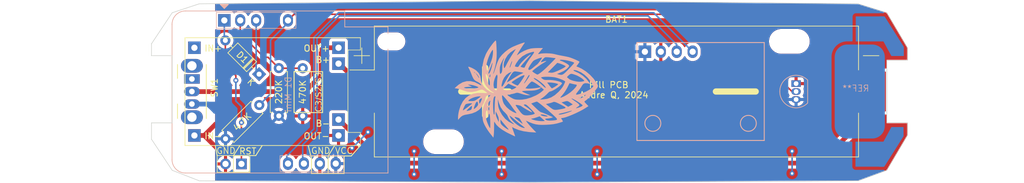
<source format=kicad_pcb>
(kicad_pcb (version 20240108) (generator "pcbnew") (generator_version "8.0")
  (title_block (title "iSpindel Pill PCB") (date "2024-06-06") (company "Andre Q"))
  (layers (0 "F.Cu" signal) (31 "B.Cu" signal) (34 "B.Paste" user) (35 "F.Paste" user) (36 "B.SilkS" user "B.Silkscreen") (37 "F.SilkS" user "F.Silkscreen") (38 "B.Mask" user) (39 "F.Mask" user) (44 "Edge.Cuts" user))
  (net 0 "")
  (net 1 "Net-(D1-K)")
  (net 2 "Net-(D1-A)")
  (net 3 "VCC")
  (net 4 "GND")
  (net 5 "Net-(BAT1-+)")
  (net 6 "Net-(BAT1--)")
  (net 7 "Net-(U1-MISO{slash}D6)")
  (net 8 "Net-(U1-A0)")
  (net 9 "Net-(U1-D3)")
  (net 10 "Net-(U1-D4)")
  (net 13 "Net-(SW1-B)")
  (footprint "Button_Switch_THT:SW_CuK_OS102011MA1QN1_SPDT_Angled" (layer "F.Cu") (at 57.245 92.615 -90)
    (property "Reference" "SW1" (at 1.4 -3.6 90) (layer "F.SilkS"))
    (property "Value" "SW_SPST")
    (pad "" thru_hole oval (at -2.1 0 270) (size 2.2 3.5) (drill 1.5) (layers "*.Cu" "*.Mask"))
    (pad "" thru_hole oval (at 6.1 0 270) (size 2.2 3.5) (drill 1.5) (layers "*.Cu" "*.Mask"))
    (pad "1" thru_hole rect (at 0 0 270) (size 1.5 2.5) (drill 0.9) (layers "*.Cu" "*.Mask"))
    (pad "2" thru_hole oval (at 2 0 270) (size 1.5 2.5) (drill 0.9) (layers "*.Cu" "*.Mask") (net 13 "Net-(SW1-B)"))
    (pad "3" thru_hole oval (at 4 0 270) (size 1.5 2.5) (drill 0.9) (layers "*.Cu" "*.Mask") (net 3 "VCC"))
  )
  (footprint "CustomFootprints:Resistor" (layer "F.Cu") (at 74.93 90.9 -90)
    (property "Reference" "R3" (hide yes))
    (property "Value" "470K" (at 3.81 0 90) (layer "F.SilkS"))
    (pad "1" thru_hole circle (at 0 0 270) (size 1.6 1.6) (drill 0.8) (layers "*.Cu" "*.Mask") (net 8 "Net-(U1-A0)"))
    (pad "2" thru_hole oval (at 7.62 0 270) (size 1.6 1.6) (drill 0.8) (layers "*.Cu" "*.Mask") (net 4 "GND"))
  )
  (footprint "CustomFootprints:Resistor" (layer "F.Cu") (at 71.12 98.5 90)
    (property "Reference" "R2" (hide yes))
    (property "Value" "220K" (at 3.81 0 90) (layer "F.SilkS"))
    (pad "1" thru_hole circle (at 0 0 90) (size 1.6 1.6) (drill 0.8) (layers "*.Cu" "*.Mask") (net 3 "VCC"))
    (pad "2" thru_hole oval (at 7.62 0 90) (size 1.6 1.6) (drill 0.8) (layers "*.Cu" "*.Mask") (net 8 "Net-(U1-A0)"))
  )
  (footprint "CustomFootprints:Resistor" (layer "F.Cu") (at 62.613371 102.162154 45)
    (property "Reference" "R1" (hide yes))
    (property "Value" "4.7K" (at 3.803769 0.007426 45) (layer "F.SilkS"))
    (pad "1" thru_hole circle (at 0 0 45) (size 1.6 1.6) (drill 0.8) (layers "*.Cu" "*.Mask") (net 3 "VCC"))
    (pad "2" thru_hole oval (at 7.62 0 45) (size 1.6 1.6) (drill 0.8) (layers "*.Cu" "*.Mask") (net 7 "Net-(U1-MISO{slash}D6)"))
  )
  (footprint "CustomFootprints:BatteryHolder_Keystone_1042_1x18650_larger_slot" (layer "F.Cu") (at 125 94.615)
    (property "Reference" "BAT1" (at 0 -11.5 0) (layer "F.SilkS"))
    (property "Value" "Battery_Cell")
    (pad "" np_thru_hole oval (at -35.93 -8) (size 4 2.39) (drill oval 4 2.39) (layers "F&B.Cu" "*.Mask"))
    (pad "" np_thru_hole oval (at -27.6 8) (size 6 3.45) (drill oval 6 3.45) (layers "F&B.Cu" "*.Mask"))
    (pad "" np_thru_hole oval (at 27.6 -8) (size 6 3.45) (drill oval 6 3.45) (layers "F&B.Cu" "*.Mask"))
    (pad "1" smd rect (at -39.1025 0) (size 6.885 6.35) (layers "F.Cu" "F.Paste" "F.Mask") (net 5 "Net-(BAT1-+)"))
    (pad "2" smd rect (at 39.33 0) (size 7.34 6.35) (layers "F.Cu" "F.Paste" "F.Mask") (net 6 "Net-(BAT1--)"))
  )
  (footprint "Connector_PinHeader_2.54mm:PinHeader_1x02_P2.54mm_Vertical" (layer "F.Cu") (at 65.151 106.172 -90)
    (property "Reference" "J1" (hide yes))
    (property "Value" "RST" (at -2.032 -1.016 180) (layer "F.SilkS"))
    (pad "1" thru_hole rect (at 0 0 270) (size 1.7 1.7) (drill 1) (layers "*.Cu" "*.Mask") (net 2 "Net-(D1-A)"))
    (pad "2" thru_hole oval (at 0 2.54 270) (size 1.7 1.7) (drill 1) (layers "*.Cu" "*.Mask") (net 4 "GND"))
  )
  (footprint "CustomFootprints:TP4056-Module" (layer "F.Cu") (at 70.296403 94.63)
    (property "Reference" "U2" (hide yes))
    (property "Value" "TP-4056" (hide yes))
    (fp_text user "OUT-" (at 6.848597 7.1 0) (layer "F.SilkS"))
    (fp_text user "B-" (at 7.848597 5.08 0) (layer "F.SilkS"))
    (fp_text user "IN-" (at -9.651403 7.1 0) (layer "F.SilkS"))
    (fp_text user "B+" (at 7.848597 -5.08 0) (layer "F.SilkS"))
    (fp_text user "OUT+" (at 6.848597 -6.9 0) (layer "F.SilkS"))
    (fp_text user "IN+" (at -9.651403 -6.9 0) (layer "F.SilkS"))
    (pad "1" thru_hole rect (at -12.651403 -7) (size 2 2) (drill 1) (layers "*.Cu" "*.Mask"))
    (pad "2" thru_hole rect (at -12.651403 7) (size 2 2) (drill 1) (layers "*.Cu" "*.Mask") (net 4 "GND"))
    (pad "3" thru_hole rect (at 10.348597 -7) (size 2 2) (drill 1) (layers "*.Cu" "*.Mask") (net 13 "Net-(SW1-B)"))
    (pad "4" thru_hole rect (at 10.348597 7) (size 2 2) (drill 1) (layers "*.Cu" "*.Mask") (net 4 "GND"))
    (pad "5" thru_hole rect (at 10.348597 -4.46) (size 2 2) (drill 1) (layers "*.Cu" "*.Mask") (net 5 "Net-(BAT1-+)"))
    (pad "6" thru_hole rect (at 10.348597 4.46) (size 2 2) (drill 1) (layers "*.Cu" "*.Mask") (net 6 "Net-(BAT1--)"))
  )
  (footprint "Diode_THT:D_DO-35_SOD27_P7.62mm_Horizontal" (layer "F.Cu") (at 67.972077 91.848077 135)
    (property "Reference" "D1" (at 3.81 0 135) (layer "F.SilkS"))
    (property "Value" "BAT43")
    (fp_text user "K" (at 0 -1.8 135) (layer "F.SilkS"))
    (pad "1" thru_hole rect (at 0 0 135) (size 1.6 1.6) (drill 0.8) (layers "*.Cu" "*.Mask") (net 1 "Net-(D1-K)"))
    (pad "2" thru_hole oval (at 7.62 0 135) (size 1.6 1.6) (drill 0.8) (layers "*.Cu" "*.Mask") (net 2 "Net-(D1-A)"))
  )
  (footprint "Package_TO_SOT_THT:TO-92_Inline" (layer "B.Cu") (at 153.67 93.35 -90)
    (property "Reference" "U4" (hide yes))
    (property "Value" "DS18B20")
    (pad "1" thru_hole rect (at 0 0 270) (size 1.05 1.5) (drill 0.75) (layers "*.Cu" "*.Mask") (net 4 "GND"))
    (pad "2" thru_hole oval (at 1.27 0 270) (size 1.05 1.5) (drill 0.75) (layers "*.Cu" "*.Mask") (net 7 "Net-(U1-MISO{slash}D6)"))
    (pad "3" thru_hole oval (at 2.54 0 270) (size 1.05 1.5) (drill 0.75) (layers "*.Cu" "*.Mask") (net 3 "VCC"))
  )
  (footprint "CustomFootprints:WeightPads" (layer "B.Cu") (at 163.195 94.615 180)
    (property "Reference" "REF**" (at 0 0.5 0) (layer "B.SilkS") (effects (font (thickness 0.1)) (justify mirror)))
    (property "Value" "WeightPads")
    (fp_rect (start -4.445 11.938) (end -0.045036 8.04611) (stroke (width 0.1)) (fill solid) (layer "B.Cu"))
    (fp_rect (start -4.445 -8.055) (end 0 -11.94689) (stroke (width 0.1)) (fill solid) (layer "B.Cu"))
    (fp_poly (pts (xy -5.715 5.715) (xy -7.62 5.715) (xy -7.62 7.112) (xy -4.572 11.938) (xy -3.81 11.938) (xy -4.445 8.04611)) (stroke (width 0.1)) (fill solid) (layer "B.Cu"))
    (fp_poly (pts (xy -5.715 -5.72389) (xy -7.574964 -5.72389) (xy -7.574964 -7.12089) (xy -4.526964 -11.94689) (xy -3.764964 -11.94689) (xy -4.445 -8.055)) (stroke (width 0.1)) (fill solid) (layer "B.Cu"))
    (pad "1" smd roundrect (at -0.635 0 180) (size 8 15) (layers "B.Cu" "B.Paste" "B.Mask"))
  )
  (footprint "CustomFootprints:WEMOS_D1_mini_light_less_pins" (layer "B.Cu") (at 62.42 83.26 -90)
    (property "Reference" "U1" (hide yes))
    (property "Value" "WeMos_D1_mini")
    (fp_text user "D1 Mini" (at 8.89 -10.795 90) (layer "B.SilkS") (effects (font (thickness 0.1)) (justify left bottom mirror)))
    (pad "1" thru_hole rect (at 0 0 270) (size 2 2) (drill 1) (layers "*.Cu" "*.Mask") (net 2 "Net-(D1-A)"))
    (pad "2" thru_hole oval (at 0 -2.54 270) (size 2 1.6) (drill 1) (layers "*.Cu" "*.Mask") (net 8 "Net-(U1-A0)"))
    (pad "3" thru_hole oval (at 0 -5.08 270) (size 2 1.6) (drill 1) (layers "*.Cu" "*.Mask") (net 1 "Net-(D1-K)"))
    (pad "5" thru_hole oval (at 0 -10.16 270) (size 2 1.6) (drill 1) (layers "*.Cu" "*.Mask") (net 7 "Net-(U1-MISO{slash}D6)"))
    (pad "9" thru_hole oval (at 22.86 -17.78 270) (size 2 1.6) (drill 1) (layers "*.Cu" "*.Mask") (net 3 "VCC"))
    (pad "10" thru_hole oval (at 22.86 -15.24 270) (size 2 1.6) (drill 1) (layers "*.Cu" "*.Mask") (net 4 "GND"))
    (pad "11" thru_hole oval (at 22.86 -12.7 270) (size 2 1.6) (drill 1) (layers "*.Cu" "*.Mask") (net 10 "Net-(U1-D4)"))
    (pad "12" thru_hole oval (at 22.86 -10.16 270) (size 2 1.6) (drill 1) (layers "*.Cu" "*.Mask") (net 9 "Net-(U1-D3)"))
  )
  (footprint "CustomFootprints:GY-521" (layer "B.Cu") (at 138.43 94.615)
    (property "Reference" "U3" (hide yes))
    (property "Value" "GY-521" (hide yes))
    (pad "1" thru_hole rect (at -8.89 -6.35) (size 2 2) (drill 1) (layers "*.Cu" "*.Mask") (net 3 "VCC"))
    (pad "2" thru_hole oval (at -6.35 -6.35) (size 1.6 2) (drill 1) (layers "*.Cu" "*.Mask") (net 4 "GND"))
    (pad "3" thru_hole oval (at -3.81 -6.35) (size 1.6 2) (drill 1) (layers "*.Cu" "*.Mask") (net 10 "Net-(U1-D4)"))
    (pad "4" thru_hole oval (at -1.27 -6.35) (size 1.6 2) (drill 1) (layers "*.Cu" "*.Mask") (net 9 "Net-(U1-D3)"))
  )
  (footprint "CustomFootprints:HopLogo" (layer "B.Cu") (at 111.73808 94.618215 -90)
    (property "Reference" "G***" (hide yes))
    (property "Value" "LOGO" (hide yes))
  )
  (gr_line (start 67.437 104.841215) (end 68.453 103.251) (stroke (width 0.15)) (layer "F.SilkS"))
  (gr_line (start 66.481 106.172) (end 66.482801 107.500085) (stroke (width 0.15)) (layer "F.SilkS"))
  (gr_line (start 78.994 107.696) (end 81.534 107.696) (stroke (width 0.15)) (layer "F.SilkS"))
  (gr_line (start 82.677 104.902) (end 84.145 103.23) (stroke (width 0.15)) (layer "F.SilkS"))
  (gr_line (start 76.327 107.696) (end 78.994 107.696) (stroke (width 0.15)) (layer "F.SilkS"))
  (gr_rect (start 73.56 91.44) (end 78.105 97.98) (stroke (width 0.15)) (fill none) (layer "F.SilkS"))
  (gr_line (start 61.281 104.842) (end 60.96 103.251) (stroke (width 0.15)) (layer "F.SilkS"))
  (gr_line (start 78.994 107.696) (end 78.994 104.902) (stroke (width 0.15)) (layer "F.SilkS"))
  (gr_line (start 65.151 104.842) (end 63.881 104.842) (stroke (width 0.15)) (layer "F.SilkS"))
  (gr_line (start 66.481 104.842) (end 67.437 104.841215) (stroke (width 0.15)) (layer "F.SilkS"))
  (gr_line (start 75.819 103.251) (end 76.327 105.283) (stroke (width 0.15)) (layer "F.SilkS"))
  (gr_line (start 81.534 107.696) (end 81.534 104.902) (stroke (width 0.15)) (layer "F.SilkS"))
  (gr_line (start 81.534 104.902) (end 76.2 104.902) (stroke (width 0.15)) (layer "F.SilkS"))
  (gr_line (start 76.327 105.283) (end 76.327 107.696) (stroke (width 0.15)) (layer "F.SilkS"))
  (gr_line (start 78.994 104.902) (end 80.01 103.251) (stroke (width 0.15)) (layer "F.SilkS"))
  (gr_line (start 81.534 104.902) (end 82.677 104.902) (stroke (width 0.15)) (layer "F.SilkS"))
  (gr_line (start 66.482801 107.500085) (end 63.881 107.502) (stroke (width 0.15)) (layer "F.SilkS"))
  (gr_line (start 63.881 104.842) (end 64.897 103.251) (stroke (width 0.15)) (layer "F.SilkS"))
  (gr_line (start 111.125 109.12) (end 58.42 108.866) (stroke (width 0.1)) (layer "Edge.Cuts"))
  (gr_line (start 168.15 89.615) (end 171.45 89.615) (stroke (width 0.1)) (layer "Edge.Cuts"))
  (gr_line (start 171.45 87.63) (end 171.45 89.615) (stroke (width 0.1)) (layer "Edge.Cuts"))
  (gr_line (start 111.125 80.11) (end 163.576 80.618) (stroke (width 0.1)) (layer "Edge.Cuts"))
  (gr_line (start 50.8 88.9) (end 50.8 86.995) (stroke (width 0.1)) (layer "Edge.Cuts"))
  (gr_line (start 171.45 99.615) (end 168.15 99.615) (stroke (width 0.1)) (layer "Edge.Cuts"))
  (gr_line (start 168.15 99.615) (end 168.15 89.615) (stroke (width 0.1)) (layer "Edge.Cuts"))
  (gr_line (start 168.15 82.042) (end 171.45 87.63) (stroke (width 0.1)) (layer "Edge.Cuts"))
  (gr_line (start 50.8 99.615) (end 54.1 99.615) (stroke (width 0.1)) (layer "Edge.Cuts"))
  (gr_line (start 54.1 99.615) (end 54.1 88.9) (stroke (width 0.1)) (layer "Edge.Cuts"))
  (gr_line (start 50.8 102.235) (end 54.1 107.188) (stroke (width 0.1)) (layer "Edge.Cuts"))
  (gr_line (start 54.1 107.188) (end 58.42 108.866) (stroke (width 0.1)) (layer "Edge.Cuts"))
  (gr_line (start 50.8 86.995) (end 54.1 82.042) (stroke (width 0.1)) (layer "Edge.Cuts"))
  (gr_line (start 50.8 102.235) (end 50.8 99.615) (stroke (width 0.1)) (layer "Edge.Cuts"))
  (gr_line (start 54.1 82.042) (end 58.42 80.618) (stroke (width 0.1)) (layer "Edge.Cuts"))
  (gr_line (start 163.576 108.866) (end 111.125 109.12) (stroke (width 0.1)) (layer "Edge.Cuts"))
  (gr_line (start 54.1 88.9) (end 50.8 88.9) (stroke (width 0.1)) (layer "Edge.Cuts"))
  (gr_line (start 171.45 101.6) (end 168.15 107.188) (stroke (width 0.1)) (layer "Edge.Cuts"))
  (gr_line (start 171.45 101.6) (end 171.45 99.615) (stroke (width 0.1)) (layer "Edge.Cuts"))
  (gr_line (start 168.15 107.188) (end 163.576 108.866) (stroke (width 0.1)) (layer "Edge.Cuts"))
  (gr_line (start 58.42 80.618) (end 111.125 80.11) (stroke (width 0.1)) (layer "Edge.Cuts"))
  (gr_line (start 163.576 80.618) (end 168.15 82.042) (stroke (width 0.1)) (layer "Edge.Cuts"))
  (gr_text "  Pill PCB\nAndre Q, 2024" (at 118.999 95.758 0) (layer "F.SilkS") (effects (font (size 1 1)) (justify left bottom)))
  (gr_text "C3/S2/S3" (at 78.105 94.71 90) (layer "F.SilkS") (effects (font (size 1 1)) (justify bottom)))
  (gr_text "GND" (at 76.2 104.648 0) (layer "F.SilkS") (effects (font (size 1 1) (thickness 0.125)) (justify left bottom)))
  (gr_text "GND" (at 61.087 104.648 0) (layer "F.SilkS") (effects (font (size 1 1) (thickness 0.125)) (justify left bottom)))
  (gr_text "VCC" (at 80.01 104.648 0) (layer "F.SilkS") (effects (font (size 1 1) (thickness 0.125)) (justify left bottom)))
  (segment (start 67.5 91.376) (end 67.972077 91.848077) (width 0.25) (layer "B.Cu") (net 1))
  (segment (start 67.5 83.26) (end 67.5 91.376) (width 0.25) (layer "B.Cu") (net 1))
  (segment (start 62.42 83.4) (end 62.42 83.26) (width 0.25) (layer "F.Cu") (net 2))
  (segment (start 62.583923 90.396923) (end 62.583923 86.459923) (width 0.25) (layer "F.Cu") (net 2))
  (segment (start 64.262 92.837) (end 64.262 92.075) (width 0.25) (layer "F.Cu") (net 2))
  (segment (start 62.42 83.26) (end 62.23 83.45) (width 0.25) (layer "F.Cu") (net 2))
  (segment (start 64.262 92.075) (end 62.583923 90.396923) (width 0.25) (layer "F.Cu") (net 2))
  (segment (start 65.151 99.568) (end 65.151 106.172) (width 0.25) (layer "F.Cu") (net 2))
  (via (at 65.151 99.568) (size 0.8) (drill 0.4) (layers "F.Cu" "B.Cu") (net 2))
  (via (at 64.262 92.837) (size 0.8) (drill 0.4) (layers "F.Cu" "B.Cu") (net 2))
  (segment (start 62.42 86.296) (end 62.583923 86.459923) (width 0.25) (layer "B.Cu") (net 2))
  (segment (start 62.42 83.26) (end 62.42 86.296) (width 0.25) (layer "B.Cu") (net 2))
  (segment (start 64.262 96.139) (end 65.151 97.028) (width 0.25) (layer "B.Cu") (net 2))
  (segment (start 64.262 92.837) (end 64.262 96.139) (width 0.25) (layer "B.Cu") (net 2))
  (segment (start 65.151 97.028) (end 65.151 99.568) (width 0.25) (layer "B.Cu") (net 2))
  (segment (start 59.79 96.62) (end 60.96 97.79) (width 0.75) (layer "B.Cu") (net 3))
  (segment (start 57.25 96.62) (end 59.79 96.62) (width 0.75) (layer "B.Cu") (net 3))
  (segment (start 59.79 96.62) (end 60.198 97.028) (width 0.75) (layer "B.Cu") (net 3))
  (segment (start 60.96 97.79) (end 60.96 96.974) (width 0.75) (layer "B.Cu") (net 3))
  (segment (start 57.245 96.615) (end 57.25 96.62) (width 0.75) (layer "B.Cu") (net 3))
  (segment (start 59.79 96.62) (end 61.214 96.62) (width 0.75) (layer "B.Cu") (net 3))
  (segment (start 57.645 101.63) (end 59.212 101.63) (width 0.75) (layer "F.Cu") (net 4))
  (segment (start 61.214 103.632) (end 59.212 101.63) (width 0.75) (layer "F.Cu") (net 4))
  (segment (start 59.212 101.63) (end 61.02 99.822) (width 0.75) (layer "F.Cu") (net 4))
  (segment (start 61.02 99.822) (end 61.468 99.822) (width 0.75) (layer "F.Cu") (net 4))
  (via (at 153.035 104.14) (size 0.8) (drill 0.4) (layers "F.Cu" "B.Cu") (net 4))
  (via (at 153.035 107.696) (size 0.8) (drill 0.4) (layers "F.Cu" "B.Cu") (net 4))
  (via (at 106.68 104.14) (size 0.8) (drill 0.4) (layers "F.Cu" "B.Cu") (net 4))
  (via (at 121.92 107.823) (size 0.8) (drill 0.4) (layers "F.Cu" "B.Cu") (net 4))
  (via (at 92.71 107.823) (size 0.8) (drill 0.4) (layers "F.Cu" "B.Cu") (net 4))
  (via (at 106.68 107.823) (size 0.8) (drill 0.4) (layers "F.Cu" "B.Cu") (net 4))
  (via (at 85.344 101.092) (size 0.8) (drill 0.4) (layers "F.Cu" "B.Cu") (net 4))
  (via (at 92.71 104.14) (size 0.8) (drill 0.4) (layers "F.Cu" "B.Cu") (net 4))
  (via (at 121.92 104.14) (size 0.8) (drill 0.4) (layers "F.Cu" "B.Cu") (net 4))
  (via (at 82.804 103.632) (size 0.8) (drill 0.4) (layers "F.Cu" "B.Cu") (net 4))
  (segment (start 153.035 104.14) (end 153.035 107.696) (width 0.25) (layer "B.Cu") (net 4))
  (segment (start 121.92 104.14) (end 121.92 107.823) (width 0.25) (layer "B.Cu") (net 4))
  (segment (start 106.68 104.14) (end 106.68 107.823) (width 0.25) (layer "B.Cu") (net 4))
  (segment (start 92.71 104.14) (end 92.71 107.823) (width 0.25) (layer "B.Cu") (net 4))
  (segment (start 85.344 101.092) (end 82.804 103.632) (width 0.25) (layer "B.Cu") (net 4))
  (segment (start 80.772 90.17) (end 85.217 94.615) (width 0.75) (layer "F.Cu") (net 5))
  (segment (start 80.264 99.09) (end 80.693597 99.09) (width 0.75) (layer "F.Cu") (net 6))
  (segment (start 87.648597 106.045) (end 157.48 106.045) (width 0.75) (layer "F.Cu") (net 6))
  (segment (start 80.693597 99.09) (end 87.648597 106.045) (width 0.75) (layer "F.Cu") (net 6))
  (segment (start 163.73 99.795) (end 163.73 94.615) (width 0.75) (layer "F.Cu") (net 6))
  (segment (start 157.48 106.045) (end 163.73 99.795) (width 0.75) (layer "F.Cu") (net 6))
  (segment (start 72.58 83.26) (end 73.544 82.296) (width 0.25) (layer "F.Cu") (net 7))
  (segment (start 140.691 82.296) (end 153.015 94.62) (width 0.25) (layer "F.Cu") (net 7))
  (segment (start 153.015 94.62) (end 153.67 94.62) (width 0.25) (layer "F.Cu") (net 7))
  (segment (start 73.544 82.296) (end 140.691 82.296) (width 0.25) (layer "F.Cu") (net 7))
  (segment (start 69.8 86.41) (end 69.8 94.975525) (width 0.25) (layer "B.Cu") (net 7))
  (segment (start 69.8 94.975525) (end 68.001525 96.774) (width 0.25) (layer "B.Cu") (net 7))
  (segment (start 72.58 83.63) (end 69.8 86.41) (width 0.25) (layer "B.Cu") (net 7))
  (segment (start 72.58 83.26) (end 72.58 83.63) (width 0.25) (layer "B.Cu") (net 7))
  (segment (start 71.14 90.9) (end 69.394 89.154) (width 0.25) (layer "F.Cu") (net 8))
  (segment (start 69.394 89.154) (end 68.7465 89.154) (width 0.25) (layer "F.Cu") (net 8))
  (segment (start 74.93 90.9) (end 71.14 90.9) (width 0.25) (layer "F.Cu") (net 8))
  (segment (start 64.96 85.3675) (end 64.96 83.26) (width 0.25) (layer "F.Cu") (net 8))
  (segment (start 68.7465 89.154) (end 64.96 85.3675) (width 0.25) (layer "F.Cu") (net 8))
  (segment (start 72.58 106.12) (end 72.58 106.26) (width 0.25) (layer "B.Cu") (net 9))
  (segment (start 72.39 105.93) (end 72.39 104.902) (width 0.25) (layer "B.Cu") (net 9))
  (segment (start 76.708 100.584) (end 76.708 85.977604) (width 0.25) (layer "B.Cu") (net 9))
  (segment (start 76.708 85.977604) (end 80.643604 82.042) (width 0.25) (layer "B.Cu") (net 9))
  (segment (start 72.58 106.12) (end 72.39 105.93) (width 0.25) (layer "B.Cu") (net 9))
  (segment (start 130.937 82.042) (end 137.16 88.265) (width 0.25) (layer "B.Cu") (net 9))
  (segment (start 72.39 104.902) (end 76.708 100.584) (width 0.25) (layer "B.Cu") (net 9))
  (segment (start 80.643604 82.042) (end 130.937 82.042) (width 0.25) (layer "B.Cu") (net 9))
  (segment (start 77.216 86.106) (end 80.772 82.55) (width 0.25) (layer "B.Cu") (net 10))
  (segment (start 74.93 103.124) (end 77.216 100.838) (width 0.25) (layer "B.Cu") (net 10))
  (segment (start 77.216 100.838) (end 77.216 86.106) (width 0.25) (layer "B.Cu") (net 10))
  (segment (start 74.93 105.93) (end 74.93 103.124) (width 0.25) (layer "B.Cu") (net 10))
  (segment (start 75.12 106.12) (end 75.12 106.26) (width 0.25) (layer "B.Cu") (net 10))
  (segment (start 134.62 87.122) (end 134.62 88.265) (width 0.25) (layer "B.Cu") (net 10))
  (segment (start 80.772 82.55) (end 130.048 82.55) (width 0.25) (layer "B.Cu") (net 10))
  (segment (start 75.12 106.12) (end 74.93 105.93) (width 0.25) (layer "B.Cu") (net 10))
  (segment (start 130.048 82.55) (end 134.62 87.122) (width 0.25) (layer "B.Cu") (net 10))
  (segment (start 75.296828 94.629172) (end 57.259172 94.629172) (width 0.75) (layer "F.Cu") (net 13))
  (segment (start 77.851 88.011) (end 77.851 92.075) (width 0.75) (layer "F.Cu") (net 13))
  (segment (start 77.851 92.075) (end 75.296828 94.629172) (width 0.75) (layer "F.Cu") (net 13))
  (segment (start 57.259172 94.629172) (end 57.245 94.615) (width 0.75) (layer "F.Cu") (net 13))
  (segment (start 78.232 87.63) (end 77.851 88.011) (width 0.75) (layer "F.Cu") (net 13))
  (segment (start 80.645 87.63) (end 78.232 87.63) (width 0.75) (layer "F.Cu") (net 13))
  (zone (net 4) (net_name "GND") (layer "F.Cu") (connect_pads (clearance 0.5)) (min_thickness 0.25) (fill yes (thermal_gap 0.5) (thermal_bridge_width 0.5))
    (polygon (pts (xy 60.96 80.01) (xy 171.45 80.01) (xy 171.45 109.22) (xy 60.96 109.22)))
  )
  (zone (net 3) (net_name "VCC") (layer "B.Cu") (priority 1) (connect_pads (clearance 0.5)) (min_thickness 0.25) (fill yes (thermal_gap 0.5) (thermal_bridge_width 0.5))
    (polygon (pts (xy 60.96 80.01) (xy 171.45 80.01) (xy 171.45 109.22) (xy 60.96 109.22)))
  )
)
</source>
